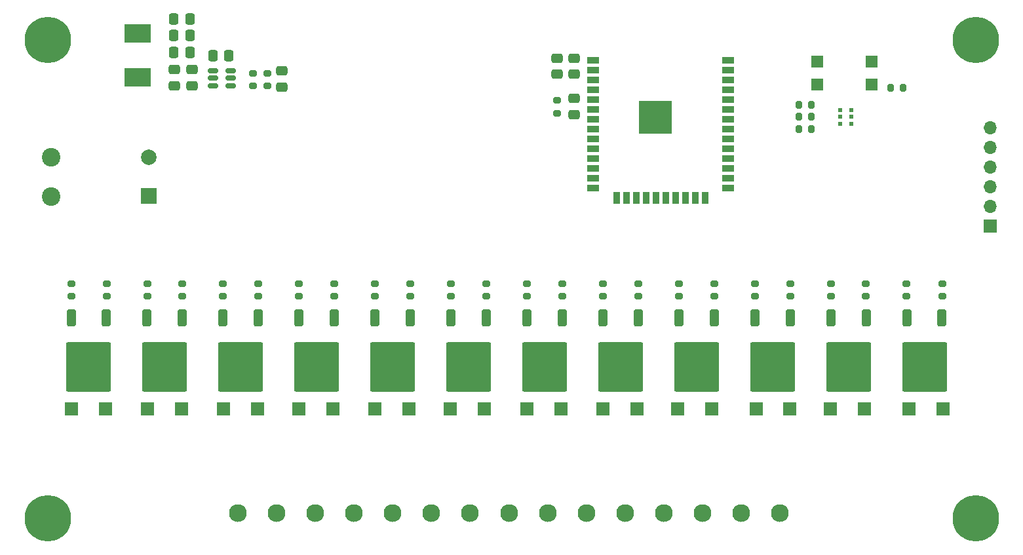
<source format=gbr>
%TF.GenerationSoftware,KiCad,Pcbnew,7.0.9*%
%TF.CreationDate,2023-12-31T09:39:46+02:00*%
%TF.ProjectId,RainMaker,5261696e-4d61-46b6-9572-2e6b69636164,rev?*%
%TF.SameCoordinates,Original*%
%TF.FileFunction,Soldermask,Top*%
%TF.FilePolarity,Negative*%
%FSLAX46Y46*%
G04 Gerber Fmt 4.6, Leading zero omitted, Abs format (unit mm)*
G04 Created by KiCad (PCBNEW 7.0.9) date 2023-12-31 09:39:46*
%MOMM*%
%LPD*%
G01*
G04 APERTURE LIST*
G04 Aperture macros list*
%AMRoundRect*
0 Rectangle with rounded corners*
0 $1 Rounding radius*
0 $2 $3 $4 $5 $6 $7 $8 $9 X,Y pos of 4 corners*
0 Add a 4 corners polygon primitive as box body*
4,1,4,$2,$3,$4,$5,$6,$7,$8,$9,$2,$3,0*
0 Add four circle primitives for the rounded corners*
1,1,$1+$1,$2,$3*
1,1,$1+$1,$4,$5*
1,1,$1+$1,$6,$7*
1,1,$1+$1,$8,$9*
0 Add four rect primitives between the rounded corners*
20,1,$1+$1,$2,$3,$4,$5,0*
20,1,$1+$1,$4,$5,$6,$7,0*
20,1,$1+$1,$6,$7,$8,$9,0*
20,1,$1+$1,$8,$9,$2,$3,0*%
G04 Aperture macros list end*
%ADD10RoundRect,0.200000X0.200000X0.275000X-0.200000X0.275000X-0.200000X-0.275000X0.200000X-0.275000X0*%
%ADD11RoundRect,0.200000X-0.275000X0.200000X-0.275000X-0.200000X0.275000X-0.200000X0.275000X0.200000X0*%
%ADD12RoundRect,0.250000X-0.337500X-0.475000X0.337500X-0.475000X0.337500X0.475000X-0.337500X0.475000X0*%
%ADD13R,1.800000X1.700000*%
%ADD14C,6.000000*%
%ADD15RoundRect,0.250000X-0.475000X0.337500X-0.475000X-0.337500X0.475000X-0.337500X0.475000X0.337500X0*%
%ADD16C,2.300000*%
%ADD17RoundRect,0.150000X-0.512500X-0.150000X0.512500X-0.150000X0.512500X0.150000X-0.512500X0.150000X0*%
%ADD18RoundRect,0.250000X-0.350000X0.850000X-0.350000X-0.850000X0.350000X-0.850000X0.350000X0.850000X0*%
%ADD19RoundRect,0.249997X-2.650003X2.950003X-2.650003X-2.950003X2.650003X-2.950003X2.650003X2.950003X0*%
%ADD20RoundRect,0.250000X0.475000X-0.337500X0.475000X0.337500X-0.475000X0.337500X-0.475000X-0.337500X0*%
%ADD21RoundRect,0.250000X0.337500X0.475000X-0.337500X0.475000X-0.337500X-0.475000X0.337500X-0.475000X0*%
%ADD22C,2.000000*%
%ADD23R,2.000000X2.000000*%
%ADD24C,2.400000*%
%ADD25R,1.500000X1.500000*%
%ADD26RoundRect,0.200000X0.275000X-0.200000X0.275000X0.200000X-0.275000X0.200000X-0.275000X-0.200000X0*%
%ADD27RoundRect,0.200000X-0.200000X-0.275000X0.200000X-0.275000X0.200000X0.275000X-0.200000X0.275000X0*%
%ADD28R,1.700000X1.700000*%
%ADD29O,1.700000X1.700000*%
%ADD30R,3.500000X2.350000*%
%ADD31R,1.500000X0.900000*%
%ADD32R,0.900000X1.500000*%
%ADD33C,0.600000*%
%ADD34R,4.200000X4.200000*%
%ADD35R,0.600000X0.600000*%
G04 APERTURE END LIST*
D10*
%TO.C,R26*%
X153675000Y-66550000D03*
X152025000Y-66550000D03*
%TD*%
D11*
%TO.C,R9*%
X82222476Y-86475000D03*
X82222476Y-88125000D03*
%TD*%
%TO.C,R22*%
X150922476Y-86475000D03*
X150922476Y-88125000D03*
%TD*%
%TO.C,R14*%
X126772476Y-86475000D03*
X126772476Y-88125000D03*
%TD*%
%TO.C,R15*%
X136572476Y-86475000D03*
X136572476Y-88125000D03*
%TD*%
D12*
%TO.C,C8*%
X71300000Y-52300000D03*
X73375000Y-52300000D03*
%TD*%
D13*
%TO.C,D8*%
X131115000Y-102665000D03*
X126735000Y-102665000D03*
%TD*%
%TO.C,D7*%
X121315000Y-102665000D03*
X116935000Y-102665000D03*
%TD*%
D14*
%TO.C,REF\u002A\u002A*%
X55000000Y-116850000D03*
%TD*%
D15*
%TO.C,C2*%
X123000000Y-62562500D03*
X123000000Y-64637500D03*
%TD*%
D16*
%TO.C,J3*%
X79600000Y-116150000D03*
X84600000Y-116150000D03*
X89600000Y-116150000D03*
X94600000Y-116150000D03*
X99600000Y-116150000D03*
X104600000Y-116150000D03*
X109600000Y-116150000D03*
X114600000Y-116150000D03*
X119600000Y-116150000D03*
X124600000Y-116150000D03*
X129600000Y-116150000D03*
X134600000Y-116150000D03*
X139600000Y-116150000D03*
X144600000Y-116150000D03*
X149600000Y-116150000D03*
%TD*%
D17*
%TO.C,U1*%
X76350000Y-59000000D03*
X76350000Y-59950000D03*
X76350000Y-60900000D03*
X78625000Y-60900000D03*
X78625000Y-59950000D03*
X78625000Y-59000000D03*
%TD*%
D18*
%TO.C,Q6*%
X111672436Y-90925000D03*
D19*
X109392436Y-97225000D03*
D18*
X107112436Y-90925000D03*
%TD*%
D11*
%TO.C,R21*%
X141122476Y-86475000D03*
X141122476Y-88125000D03*
%TD*%
%TO.C,R8*%
X72422476Y-86475000D03*
X72422476Y-88125000D03*
%TD*%
D13*
%TO.C,D10*%
X150915000Y-102665000D03*
X146535000Y-102665000D03*
%TD*%
D18*
%TO.C,Q12*%
X170555000Y-90925000D03*
D19*
X168275000Y-97225000D03*
D18*
X165995000Y-90925000D03*
%TD*%
%TO.C,Q1*%
X62603636Y-90925000D03*
D19*
X60323636Y-97225000D03*
D18*
X58043636Y-90925000D03*
%TD*%
D20*
%TO.C,C4*%
X73637500Y-60900000D03*
X73637500Y-58825000D03*
%TD*%
D18*
%TO.C,Q7*%
X121486196Y-90925000D03*
D19*
X119206196Y-97225000D03*
D18*
X116926196Y-90925000D03*
%TD*%
D11*
%TO.C,R18*%
X165972476Y-86475000D03*
X165972476Y-88125000D03*
%TD*%
D18*
%TO.C,Q2*%
X72417396Y-90925000D03*
D19*
X70137396Y-97225000D03*
D18*
X67857396Y-90925000D03*
%TD*%
D13*
%TO.C,D3*%
X82115000Y-102665000D03*
X77735000Y-102665000D03*
%TD*%
D14*
%TO.C,REF\u002A\u002A*%
X174900000Y-116800000D03*
%TD*%
D11*
%TO.C,R23*%
X160722476Y-86475000D03*
X160722476Y-88125000D03*
%TD*%
%TO.C,R2*%
X67872476Y-86475000D03*
X67872476Y-88125000D03*
%TD*%
%TO.C,R19*%
X121472476Y-86475000D03*
X121472476Y-88125000D03*
%TD*%
D21*
%TO.C,C7*%
X78437500Y-57000000D03*
X76362500Y-57000000D03*
%TD*%
D20*
%TO.C,C3*%
X71337500Y-60900000D03*
X71337500Y-58825000D03*
%TD*%
D10*
%TO.C,R27*%
X153675000Y-64950000D03*
X152025000Y-64950000D03*
%TD*%
D13*
%TO.C,D4*%
X91865000Y-102665000D03*
X87485000Y-102665000D03*
%TD*%
D11*
%TO.C,R25*%
X120800000Y-62800000D03*
X120800000Y-64450000D03*
%TD*%
%TO.C,R5*%
X97252908Y-86475000D03*
X97252908Y-88125000D03*
%TD*%
D22*
%TO.C,C1*%
X68050000Y-70200000D03*
D23*
X68050000Y-75200000D03*
%TD*%
D13*
%TO.C,D2*%
X72315000Y-102665000D03*
X67935000Y-102665000D03*
%TD*%
D24*
%TO.C,J1*%
X55450000Y-70160000D03*
X55450000Y-75240000D03*
%TD*%
D25*
%TO.C,SW1*%
X154450000Y-57800000D03*
X161450000Y-57800000D03*
X154450000Y-60800000D03*
X161450000Y-60800000D03*
%TD*%
D18*
%TO.C,Q11*%
X160741236Y-90925000D03*
D19*
X158461236Y-97225000D03*
D18*
X156181236Y-90925000D03*
%TD*%
D11*
%TO.C,R4*%
X87472476Y-86475000D03*
X87472476Y-88125000D03*
%TD*%
%TO.C,R10*%
X92072476Y-86475000D03*
X92072476Y-88125000D03*
%TD*%
D26*
%TO.C,R31*%
X81550000Y-60937500D03*
X81550000Y-59287500D03*
%TD*%
D18*
%TO.C,Q9*%
X141113716Y-90925000D03*
D19*
X138833716Y-97225000D03*
D18*
X136553716Y-90925000D03*
%TD*%
D11*
%TO.C,R17*%
X156172476Y-86475000D03*
X156172476Y-88125000D03*
%TD*%
D20*
%TO.C,C5*%
X120800000Y-59437500D03*
X120800000Y-57362500D03*
%TD*%
D15*
%TO.C,C11*%
X85300000Y-59025000D03*
X85300000Y-61100000D03*
%TD*%
D18*
%TO.C,Q8*%
X131299956Y-90925000D03*
D19*
X129019956Y-97225000D03*
D18*
X126739956Y-90925000D03*
%TD*%
D11*
%TO.C,R30*%
X83400000Y-59287500D03*
X83400000Y-60937500D03*
%TD*%
%TO.C,R20*%
X131322476Y-86475000D03*
X131322476Y-88125000D03*
%TD*%
D27*
%TO.C,R29*%
X163875000Y-61150000D03*
X165525000Y-61150000D03*
%TD*%
D12*
%TO.C,C9*%
X71300000Y-54450000D03*
X73375000Y-54450000D03*
%TD*%
D11*
%TO.C,R11*%
X101872476Y-86475000D03*
X101872476Y-88125000D03*
%TD*%
D18*
%TO.C,Q4*%
X92044916Y-90925000D03*
D19*
X89764916Y-97225000D03*
D18*
X87484916Y-90925000D03*
%TD*%
D13*
%TO.C,D9*%
X140815000Y-102665000D03*
X136435000Y-102665000D03*
%TD*%
%TO.C,D6*%
X111415000Y-102665000D03*
X107035000Y-102665000D03*
%TD*%
D28*
%TO.C,J2*%
X176800000Y-79040000D03*
D29*
X176800000Y-76500000D03*
X176800000Y-73960000D03*
X176800000Y-71420000D03*
X176800000Y-68880000D03*
X176800000Y-66340000D03*
%TD*%
D13*
%TO.C,D11*%
X160515000Y-102665000D03*
X156135000Y-102665000D03*
%TD*%
D11*
%TO.C,R7*%
X62622476Y-86475000D03*
X62622476Y-88125000D03*
%TD*%
%TO.C,R13*%
X116922476Y-86475000D03*
X116922476Y-88125000D03*
%TD*%
D20*
%TO.C,C6*%
X123000000Y-59437500D03*
X123000000Y-57362500D03*
%TD*%
D18*
%TO.C,Q5*%
X101858676Y-90925000D03*
D19*
X99578676Y-97225000D03*
D18*
X97298676Y-90925000D03*
%TD*%
D30*
%TO.C,L1*%
X66650000Y-59850000D03*
X66650000Y-54150000D03*
%TD*%
D18*
%TO.C,Q10*%
X150927476Y-90925000D03*
D19*
X148647476Y-97225000D03*
D18*
X146367476Y-90925000D03*
%TD*%
D11*
%TO.C,R24*%
X170572476Y-86475000D03*
X170572476Y-88125000D03*
%TD*%
D13*
%TO.C,D12*%
X170665000Y-102665000D03*
X166285000Y-102665000D03*
%TD*%
D18*
%TO.C,Q3*%
X82231156Y-90925000D03*
D19*
X79951156Y-97225000D03*
D18*
X77671156Y-90925000D03*
%TD*%
D13*
%TO.C,D1*%
X62465000Y-102665000D03*
X58085000Y-102665000D03*
%TD*%
%TO.C,D5*%
X101665000Y-102665000D03*
X97285000Y-102665000D03*
%TD*%
D11*
%TO.C,R16*%
X146372476Y-86475000D03*
X146372476Y-88125000D03*
%TD*%
D14*
%TO.C,REF\u002A\u002A*%
X174900000Y-55050000D03*
%TD*%
D12*
%TO.C,C10*%
X71300000Y-56600000D03*
X73375000Y-56600000D03*
%TD*%
D14*
%TO.C,REF\u002A\u002A*%
X55050000Y-55000000D03*
%TD*%
D31*
%TO.C,U2*%
X125450000Y-57620000D03*
X125450000Y-58890000D03*
X125450000Y-60160000D03*
X125450000Y-61430000D03*
X125450000Y-62700000D03*
X125450000Y-63970000D03*
X125450000Y-65240000D03*
X125450000Y-66510000D03*
X125450000Y-67780000D03*
X125450000Y-69050000D03*
X125450000Y-70320000D03*
X125450000Y-71590000D03*
X125450000Y-72860000D03*
X125450000Y-74130000D03*
D32*
X128490000Y-75380000D03*
X129760000Y-75380000D03*
X131030000Y-75380000D03*
X132300000Y-75380000D03*
X133570000Y-75380000D03*
X134840000Y-75380000D03*
X136110000Y-75380000D03*
X137380000Y-75380000D03*
X138650000Y-75380000D03*
X139920000Y-75380000D03*
D31*
X142950000Y-74130000D03*
X142950000Y-72860000D03*
X142950000Y-71590000D03*
X142950000Y-70320000D03*
X142950000Y-69050000D03*
X142950000Y-67780000D03*
X142950000Y-66510000D03*
X142950000Y-65240000D03*
X142950000Y-63970000D03*
X142950000Y-62700000D03*
X142950000Y-61430000D03*
X142950000Y-60160000D03*
X142950000Y-58890000D03*
X142950000Y-57620000D03*
D33*
X131995000Y-64197500D03*
X131995000Y-65722500D03*
X132757500Y-63435000D03*
X132757500Y-64960000D03*
X132757500Y-66485000D03*
X133520000Y-64197500D03*
D34*
X133520000Y-64960000D03*
D33*
X133520000Y-65722500D03*
X134282500Y-63435000D03*
X134282500Y-64960000D03*
X134282500Y-66485000D03*
X135045000Y-64197500D03*
X135045000Y-65722500D03*
%TD*%
D11*
%TO.C,R1*%
X58122476Y-86475000D03*
X58122476Y-88125000D03*
%TD*%
D35*
%TO.C,LED1*%
X158800000Y-65850000D03*
X158800000Y-64950000D03*
X158800000Y-64050000D03*
X157400000Y-65850000D03*
X157400000Y-64950000D03*
X157400000Y-64050000D03*
%TD*%
D11*
%TO.C,R12*%
X111672476Y-86475000D03*
X111672476Y-88125000D03*
%TD*%
D10*
%TO.C,R28*%
X153675000Y-63350000D03*
X152025000Y-63350000D03*
%TD*%
D11*
%TO.C,R6*%
X107122476Y-86475000D03*
X107122476Y-88125000D03*
%TD*%
%TO.C,R3*%
X77672476Y-86475000D03*
X77672476Y-88125000D03*
%TD*%
M02*

</source>
